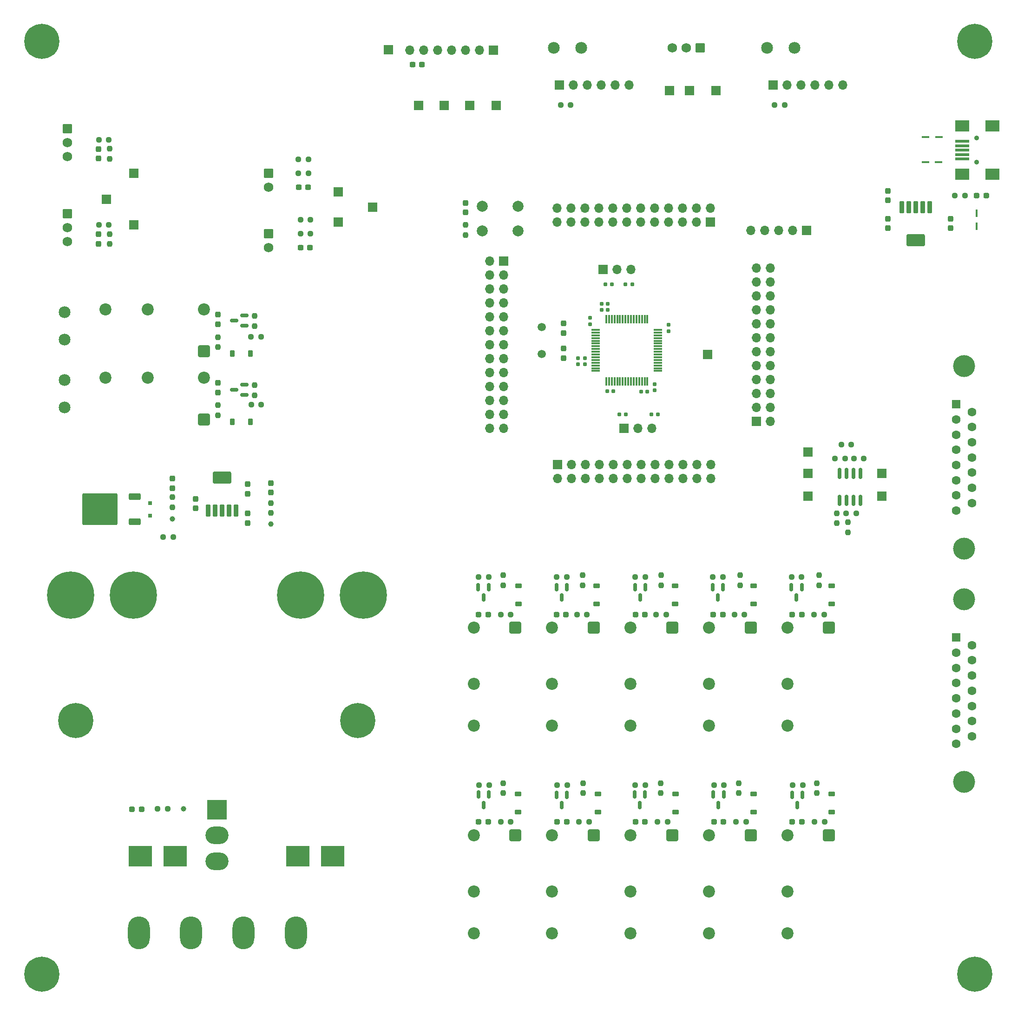
<source format=gbr>
%TF.GenerationSoftware,KiCad,Pcbnew,8.0.7*%
%TF.CreationDate,2025-04-17T15:34:13+07:00*%
%TF.ProjectId,Tractor VCU,54726163-746f-4722-9056-43552e6b6963,rev?*%
%TF.SameCoordinates,Original*%
%TF.FileFunction,Soldermask,Top*%
%TF.FilePolarity,Negative*%
%FSLAX46Y46*%
G04 Gerber Fmt 4.6, Leading zero omitted, Abs format (unit mm)*
G04 Created by KiCad (PCBNEW 8.0.7) date 2025-04-17 15:34:13*
%MOMM*%
%LPD*%
G01*
G04 APERTURE LIST*
G04 Aperture macros list*
%AMRoundRect*
0 Rectangle with rounded corners*
0 $1 Rounding radius*
0 $2 $3 $4 $5 $6 $7 $8 $9 X,Y pos of 4 corners*
0 Add a 4 corners polygon primitive as box body*
4,1,4,$2,$3,$4,$5,$6,$7,$8,$9,$2,$3,0*
0 Add four circle primitives for the rounded corners*
1,1,$1+$1,$2,$3*
1,1,$1+$1,$4,$5*
1,1,$1+$1,$6,$7*
1,1,$1+$1,$8,$9*
0 Add four rect primitives between the rounded corners*
20,1,$1+$1,$2,$3,$4,$5,0*
20,1,$1+$1,$4,$5,$6,$7,0*
20,1,$1+$1,$6,$7,$8,$9,0*
20,1,$1+$1,$8,$9,$2,$3,0*%
G04 Aperture macros list end*
%ADD10RoundRect,0.237500X-0.237500X0.300000X-0.237500X-0.300000X0.237500X-0.300000X0.237500X0.300000X0*%
%ADD11RoundRect,0.341000X-0.759000X0.759000X-0.759000X-0.759000X0.759000X-0.759000X0.759000X0.759000X0*%
%ADD12C,2.200000*%
%ADD13RoundRect,0.237500X-0.237500X0.287500X-0.237500X-0.287500X0.237500X-0.287500X0.237500X0.287500X0*%
%ADD14RoundRect,0.155000X-0.212500X-0.155000X0.212500X-0.155000X0.212500X0.155000X-0.212500X0.155000X0*%
%ADD15RoundRect,0.237500X-0.250000X-0.237500X0.250000X-0.237500X0.250000X0.237500X-0.250000X0.237500X0*%
%ADD16R,0.660400X0.711200*%
%ADD17RoundRect,0.237500X-0.287500X-0.237500X0.287500X-0.237500X0.287500X0.237500X-0.287500X0.237500X0*%
%ADD18C,1.000000*%
%ADD19R,1.700000X1.700000*%
%ADD20RoundRect,0.150000X-0.150000X0.587500X-0.150000X-0.587500X0.150000X-0.587500X0.150000X0.587500X0*%
%ADD21RoundRect,0.225000X-0.225000X-0.375000X0.225000X-0.375000X0.225000X0.375000X-0.225000X0.375000X0*%
%ADD22C,0.800000*%
%ADD23C,6.400000*%
%ADD24RoundRect,0.160000X0.197500X0.160000X-0.197500X0.160000X-0.197500X-0.160000X0.197500X-0.160000X0*%
%ADD25RoundRect,0.237500X0.237500X-0.300000X0.237500X0.300000X-0.237500X0.300000X-0.237500X-0.300000X0*%
%ADD26C,2.154000*%
%ADD27RoundRect,0.155000X0.155000X-0.212500X0.155000X0.212500X-0.155000X0.212500X-0.155000X-0.212500X0*%
%ADD28RoundRect,0.150000X0.587500X0.150000X-0.587500X0.150000X-0.587500X-0.150000X0.587500X-0.150000X0*%
%ADD29RoundRect,0.237500X0.250000X0.237500X-0.250000X0.237500X-0.250000X-0.237500X0.250000X-0.237500X0*%
%ADD30RoundRect,0.237500X-0.237500X0.250000X-0.237500X-0.250000X0.237500X-0.250000X0.237500X0.250000X0*%
%ADD31RoundRect,0.237500X0.237500X-0.250000X0.237500X0.250000X-0.237500X0.250000X-0.237500X-0.250000X0*%
%ADD32RoundRect,0.225000X0.375000X-0.225000X0.375000X0.225000X-0.375000X0.225000X-0.375000X-0.225000X0*%
%ADD33R,4.240000X3.810000*%
%ADD34O,1.700000X1.700000*%
%ADD35C,4.000000*%
%ADD36R,1.600000X1.600000*%
%ADD37C,1.600000*%
%ADD38RoundRect,0.237500X-0.300000X-0.237500X0.300000X-0.237500X0.300000X0.237500X-0.300000X0.237500X0*%
%ADD39C,4.700000*%
%ADD40C,8.600000*%
%ADD41RoundRect,0.341000X0.759000X0.759000X-0.759000X0.759000X-0.759000X-0.759000X0.759000X-0.759000X0*%
%ADD42R,1.422400X0.457200*%
%ADD43O,4.000000X6.000000*%
%ADD44RoundRect,0.103000X0.309000X-0.984000X0.309000X0.984000X-0.309000X0.984000X-0.309000X-0.984000X0*%
%ADD45RoundRect,0.271750X1.410250X-0.815250X1.410250X0.815250X-1.410250X0.815250X-1.410250X-0.815250X0*%
%ADD46RoundRect,0.250000X-0.620000X0.620000X-0.620000X-0.620000X0.620000X-0.620000X0.620000X0.620000X0*%
%ADD47C,1.740000*%
%ADD48RoundRect,0.075000X-0.700000X-0.075000X0.700000X-0.075000X0.700000X0.075000X-0.700000X0.075000X0*%
%ADD49RoundRect,0.075000X-0.075000X-0.700000X0.075000X-0.700000X0.075000X0.700000X-0.075000X0.700000X0*%
%ADD50C,1.500000*%
%ADD51RoundRect,0.155000X-0.155000X0.212500X-0.155000X-0.212500X0.155000X-0.212500X0.155000X0.212500X0*%
%ADD52C,2.000000*%
%ADD53C,3.600000*%
%ADD54RoundRect,0.250000X0.850000X0.350000X-0.850000X0.350000X-0.850000X-0.350000X0.850000X-0.350000X0*%
%ADD55RoundRect,0.249997X2.950003X2.650003X-2.950003X2.650003X-2.950003X-2.650003X2.950003X-2.650003X0*%
%ADD56RoundRect,0.150000X-0.150000X0.825000X-0.150000X-0.825000X0.150000X-0.825000X0.150000X0.825000X0*%
%ADD57RoundRect,0.237500X0.300000X0.237500X-0.300000X0.237500X-0.300000X-0.237500X0.300000X-0.237500X0*%
%ADD58RoundRect,0.250000X0.620000X0.620000X-0.620000X0.620000X-0.620000X-0.620000X0.620000X-0.620000X0*%
%ADD59RoundRect,0.160000X-0.197500X-0.160000X0.197500X-0.160000X0.197500X0.160000X-0.197500X0.160000X0*%
%ADD60C,0.900000*%
%ADD61R,2.500000X0.500000*%
%ADD62R,2.500000X2.000000*%
%ADD63RoundRect,0.102000X-1.700000X1.700000X-1.700000X-1.700000X1.700000X-1.700000X1.700000X1.700000X0*%
%ADD64O,4.204000X3.204000*%
%ADD65RoundRect,0.155000X0.212500X0.155000X-0.212500X0.155000X-0.212500X-0.155000X0.212500X-0.155000X0*%
%ADD66R,0.457200X1.422400*%
%ADD67RoundRect,0.237500X0.287500X0.237500X-0.287500X0.237500X-0.287500X-0.237500X0.287500X-0.237500X0*%
%ADD68RoundRect,0.103000X-0.309000X0.984000X-0.309000X-0.984000X0.309000X-0.984000X0.309000X0.984000X0*%
%ADD69RoundRect,0.271750X-1.410250X0.815250X-1.410250X-0.815250X1.410250X-0.815250X1.410250X0.815250X0*%
G04 APERTURE END LIST*
D10*
%TO.C,C20*%
X122174000Y-98731998D03*
X122174000Y-100456998D03*
%TD*%
D11*
%TO.C,K10*%
X255285000Y-208271574D03*
D12*
X247685000Y-208271574D03*
X247685000Y-218471574D03*
X247685000Y-226171574D03*
%TD*%
D13*
%TO.C,LED12*%
X143891000Y-113386000D03*
X143891000Y-115136000D03*
%TD*%
D14*
%TO.C,C6*%
X221047500Y-127381000D03*
X222182500Y-127381000D03*
%TD*%
%TO.C,C9*%
X213808500Y-112522000D03*
X214943500Y-112522000D03*
%TD*%
D15*
%TO.C,R53*%
X158944999Y-96090004D03*
X160769999Y-96090004D03*
%TD*%
D16*
%TO.C,D16*%
X131572001Y-147702000D03*
X131572001Y-149988000D03*
%TD*%
D17*
%TO.C,LED4*%
X219995500Y-168021000D03*
X221745500Y-168021000D03*
%TD*%
D18*
%TO.C,TP3*%
X153543000Y-151534500D03*
%TD*%
D19*
%TO.C,TP12*%
X251460000Y-146431000D03*
%TD*%
D20*
%TO.C,Q8*%
X221739500Y-200849051D03*
X219839500Y-200849051D03*
X220789500Y-202724051D03*
%TD*%
D11*
%TO.C,K8*%
X226710000Y-208272000D03*
D12*
X219110000Y-208272000D03*
X219110000Y-218472000D03*
X219110000Y-226172000D03*
%TD*%
D17*
%TO.C,LED11*%
X248601334Y-205851574D03*
X250351334Y-205851574D03*
%TD*%
D11*
%TO.C,K5*%
X255285000Y-170426000D03*
D12*
X247685000Y-170426000D03*
X247685000Y-180626000D03*
X247685000Y-188326000D03*
%TD*%
D11*
%TO.C,K6*%
X198135000Y-208272000D03*
D12*
X190535000Y-208272000D03*
X190535000Y-218472000D03*
X190535000Y-226172000D03*
%TD*%
D21*
%TO.C,D14*%
X146559000Y-120436000D03*
X149859000Y-120436000D03*
%TD*%
D22*
%TO.C,H6*%
X109450000Y-233590000D03*
X110152944Y-231892944D03*
X110152944Y-235287056D03*
X111850000Y-231190000D03*
D23*
X111850000Y-233590000D03*
D22*
X111850000Y-235990000D03*
X113547056Y-231892944D03*
X113547056Y-235287056D03*
X114250000Y-233590000D03*
%TD*%
D15*
%TO.C,R29*%
X224027000Y-205852000D03*
X225852000Y-205852000D03*
%TD*%
%TO.C,R8*%
X195464500Y-168021000D03*
X197289500Y-168021000D03*
%TD*%
D24*
%TO.C,R2*%
X215720500Y-107823000D03*
X214525500Y-107823000D03*
%TD*%
D25*
%TO.C,C23*%
X149352000Y-151357500D03*
X149352000Y-149632500D03*
%TD*%
D19*
%TO.C,TP22*%
X172106041Y-93787210D03*
%TD*%
D26*
%TO.C,J16*%
X244007000Y-64766000D03*
X249007000Y-64766000D03*
%TD*%
D25*
%TO.C,C2*%
X266044001Y-97640500D03*
X266044001Y-95915500D03*
%TD*%
D27*
%TO.C,C13*%
X209550000Y-122420000D03*
X209550000Y-121285000D03*
%TD*%
D15*
%TO.C,R42*%
X206380500Y-75184000D03*
X208205500Y-75184000D03*
%TD*%
D19*
%TO.C,TP14*%
X264922000Y-146431000D03*
%TD*%
D22*
%TO.C,H5*%
X109450000Y-63590000D03*
X110152944Y-61892944D03*
X110152944Y-65287056D03*
X111850000Y-61190000D03*
D23*
X111850000Y-63590000D03*
D22*
X111850000Y-65990000D03*
X113547056Y-61892944D03*
X113547056Y-65287056D03*
X114250000Y-63590000D03*
%TD*%
D10*
%TO.C,C1*%
X277474000Y-95915500D03*
X277474000Y-97640500D03*
%TD*%
D28*
%TO.C,Q12*%
X148768675Y-128037502D03*
X148768675Y-126137502D03*
X146893675Y-127087502D03*
%TD*%
D29*
%TO.C,R10*%
X207504250Y-161163000D03*
X205679250Y-161163000D03*
%TD*%
D13*
%TO.C,LED13*%
X143912001Y-125840000D03*
X143912001Y-127590000D03*
%TD*%
D30*
%TO.C,R47*%
X256667000Y-149582500D03*
X256667000Y-151407500D03*
%TD*%
D17*
%TO.C,LED16*%
X128274000Y-203497000D03*
X130024000Y-203497000D03*
%TD*%
D31*
%TO.C,R37*%
X150579500Y-115466999D03*
X150579500Y-113641999D03*
%TD*%
D30*
%TO.C,R27*%
X224596400Y-198767300D03*
X224596400Y-200592300D03*
%TD*%
D15*
%TO.C,R58*%
X133961500Y-153924000D03*
X135786500Y-153924000D03*
%TD*%
D29*
%TO.C,R31*%
X236140499Y-199104550D03*
X234315499Y-199104550D03*
%TD*%
D32*
%TO.C,D7*%
X241499250Y-166115000D03*
X241499250Y-162815000D03*
%TD*%
D17*
%TO.C,LED8*%
X205713000Y-205852000D03*
X207463000Y-205852000D03*
%TD*%
D19*
%TO.C,TP8*%
X180467000Y-75242000D03*
%TD*%
D15*
%TO.C,R54*%
X122224001Y-81510500D03*
X124049001Y-81510500D03*
%TD*%
D17*
%TO.C,LED7*%
X191425500Y-205852000D03*
X193175500Y-205852000D03*
%TD*%
D29*
%TO.C,R34*%
X250491499Y-199120999D03*
X248666499Y-199120999D03*
%TD*%
%TO.C,R39*%
X151809501Y-129794000D03*
X149984501Y-129794000D03*
%TD*%
D33*
%TO.C,F1*%
X129784000Y-212090000D03*
X136154000Y-212090000D03*
%TD*%
D19*
%TO.C,J17*%
X194163000Y-65151000D03*
D34*
X191623000Y-65151000D03*
X189083000Y-65151000D03*
X186543000Y-65151000D03*
X184003000Y-65151000D03*
X181463000Y-65151000D03*
X178923000Y-65151000D03*
%TD*%
D35*
%TO.C,J9*%
X279885000Y-156053000D03*
X279885000Y-122753000D03*
D36*
X278465000Y-129708000D03*
D37*
X278465000Y-132478000D03*
X278465000Y-135248000D03*
X278465000Y-138018000D03*
X278465000Y-140788000D03*
X278465000Y-143558000D03*
X278465000Y-146328000D03*
X278465000Y-149098000D03*
X281305000Y-131093000D03*
X281305000Y-133863000D03*
X281305000Y-136633000D03*
X281305000Y-139403000D03*
X281305000Y-142173000D03*
X281305000Y-144943000D03*
X281305000Y-147713000D03*
%TD*%
D30*
%TO.C,R21*%
X195919700Y-198767300D03*
X195919700Y-200592300D03*
%TD*%
D15*
%TO.C,R46*%
X259818500Y-139635001D03*
X261643500Y-139635001D03*
%TD*%
D14*
%TO.C,C8*%
X213808500Y-111379000D03*
X214943500Y-111379000D03*
%TD*%
D31*
%TO.C,R59*%
X135636000Y-148486500D03*
X135636000Y-146661500D03*
%TD*%
D19*
%TO.C,J6*%
X233680000Y-96520000D03*
D34*
X233680000Y-93980000D03*
X231140000Y-96520000D03*
X231140000Y-93980000D03*
X228600000Y-96520000D03*
X228600000Y-93980000D03*
X226060000Y-96520000D03*
X226060000Y-93980000D03*
X223520000Y-96520000D03*
X223520000Y-93980000D03*
X220980000Y-96520000D03*
X220980000Y-93980000D03*
X218440000Y-96520000D03*
X218440000Y-93980000D03*
X215900000Y-96520000D03*
X215900000Y-93980000D03*
X213360000Y-96520000D03*
X213360000Y-93980000D03*
X210820000Y-96520000D03*
X210820000Y-93980000D03*
X208280000Y-96520000D03*
X208280000Y-93980000D03*
X205740000Y-96520000D03*
X205740000Y-93980000D03*
%TD*%
D13*
%TO.C,LED14*%
X135636000Y-143270000D03*
X135636000Y-145020000D03*
%TD*%
D11*
%TO.C,K4*%
X240997500Y-170426000D03*
D12*
X233397500Y-170426000D03*
X233397500Y-180626000D03*
X233397500Y-188326000D03*
%TD*%
D19*
%TO.C,TP23*%
X251460000Y-138430000D03*
%TD*%
%TO.C,TP5*%
X194602442Y-75242000D03*
%TD*%
D38*
%TO.C,C17*%
X158994998Y-101170002D03*
X160719998Y-101170002D03*
%TD*%
D39*
%TO.C,MP2*%
X158958000Y-164465000D03*
D40*
X158958000Y-164465000D03*
%TD*%
D26*
%TO.C,J15*%
X205145000Y-64766000D03*
X210145000Y-64766000D03*
%TD*%
D19*
%TO.C,JP1*%
X214122000Y-105156000D03*
D34*
X216662000Y-105156000D03*
X219202000Y-105156000D03*
%TD*%
D21*
%TO.C,D15*%
X146580001Y-132938000D03*
X149880001Y-132938000D03*
%TD*%
D19*
%TO.C,TP13*%
X264922000Y-142279000D03*
%TD*%
D25*
%TO.C,C22*%
X149352000Y-145997000D03*
X149352000Y-144272000D03*
%TD*%
D41*
%TO.C,K12*%
X141359000Y-132476000D03*
D12*
X141359000Y-124876000D03*
X131159000Y-124876000D03*
X123459000Y-124876000D03*
%TD*%
D27*
%TO.C,C7*%
X211709000Y-115121500D03*
X211709000Y-113986500D03*
%TD*%
D30*
%TO.C,R41*%
X143912001Y-129866500D03*
X143912001Y-131691500D03*
%TD*%
D42*
%TO.C,D2*%
X272888468Y-81022656D03*
X275276068Y-81022656D03*
%TD*%
D20*
%TO.C,Q2*%
X207541750Y-163019500D03*
X205641750Y-163019500D03*
X206591750Y-164894500D03*
%TD*%
D17*
%TO.C,LED2*%
X191438000Y-168021000D03*
X193188000Y-168021000D03*
%TD*%
D43*
%TO.C,J21*%
X129512000Y-226060000D03*
X139042000Y-226060000D03*
X148582000Y-226060000D03*
X158112000Y-226060000D03*
%TD*%
D31*
%TO.C,R40*%
X150625175Y-128087501D03*
X150625175Y-126262501D03*
%TD*%
D44*
%TO.C,U4*%
X142113000Y-149055000D03*
X143383000Y-149055000D03*
X144653000Y-149055000D03*
X145923000Y-149055000D03*
X147193000Y-149055000D03*
D45*
X144653000Y-143045000D03*
%TD*%
D33*
%TO.C,F2*%
X158463000Y-212090000D03*
X164833000Y-212090000D03*
%TD*%
D46*
%TO.C,J19*%
X116459000Y-79478498D03*
D47*
X116459000Y-82018498D03*
X116459000Y-84558498D03*
%TD*%
D29*
%TO.C,R7*%
X193260500Y-161163000D03*
X191435500Y-161163000D03*
%TD*%
D25*
%TO.C,C21*%
X139827000Y-148690500D03*
X139827000Y-146965500D03*
%TD*%
D32*
%TO.C,D12*%
X241576350Y-203991000D03*
X241576350Y-200691000D03*
%TD*%
D46*
%TO.C,J12*%
X153150000Y-98630002D03*
D47*
X153150000Y-101170002D03*
%TD*%
D10*
%TO.C,C5*%
X206883000Y-119570500D03*
X206883000Y-121295500D03*
%TD*%
D15*
%TO.C,R56*%
X122224001Y-97027999D03*
X124049001Y-97027999D03*
%TD*%
D19*
%TO.C,TP6*%
X189763628Y-75242000D03*
%TD*%
D30*
%TO.C,R38*%
X143891000Y-117461500D03*
X143891000Y-119286500D03*
%TD*%
D48*
%TO.C,U2*%
X212765000Y-116138000D03*
X212765000Y-116638000D03*
X212765000Y-117138000D03*
X212765000Y-117638000D03*
X212765000Y-118138000D03*
X212765000Y-118638000D03*
X212765000Y-119138000D03*
X212765000Y-119638000D03*
X212765000Y-120138000D03*
X212765000Y-120638000D03*
X212765000Y-121138000D03*
X212765000Y-121638000D03*
X212765000Y-122138000D03*
X212765000Y-122638000D03*
X212765000Y-123138000D03*
X212765000Y-123638000D03*
D49*
X214690000Y-125563000D03*
X215190000Y-125563000D03*
X215690000Y-125563000D03*
X216190000Y-125563000D03*
X216690000Y-125563000D03*
X217190000Y-125563000D03*
X217690000Y-125563000D03*
X218190000Y-125563000D03*
X218690000Y-125563000D03*
X219190000Y-125563000D03*
X219690000Y-125563000D03*
X220190000Y-125563000D03*
X220690000Y-125563000D03*
X221190000Y-125563000D03*
X221690000Y-125563000D03*
X222190000Y-125563000D03*
D48*
X224115000Y-123638000D03*
X224115000Y-123138000D03*
X224115000Y-122638000D03*
X224115000Y-122138000D03*
X224115000Y-121638000D03*
X224115000Y-121138000D03*
X224115000Y-120638000D03*
X224115000Y-120138000D03*
X224115000Y-119638000D03*
X224115000Y-119138000D03*
X224115000Y-118638000D03*
X224115000Y-118138000D03*
X224115000Y-117638000D03*
X224115000Y-117138000D03*
X224115000Y-116638000D03*
X224115000Y-116138000D03*
D49*
X222190000Y-114213000D03*
X221690000Y-114213000D03*
X221190000Y-114213000D03*
X220690000Y-114213000D03*
X220190000Y-114213000D03*
X219690000Y-114213000D03*
X219190000Y-114213000D03*
X218690000Y-114213000D03*
X218190000Y-114213000D03*
X217690000Y-114213000D03*
X217190000Y-114213000D03*
X216690000Y-114213000D03*
X216190000Y-114213000D03*
X215690000Y-114213000D03*
X215190000Y-114213000D03*
X214690000Y-114213000D03*
%TD*%
D32*
%TO.C,D4*%
X198663000Y-166115000D03*
X198663000Y-162815000D03*
%TD*%
D15*
%TO.C,R35*%
X252627834Y-205851574D03*
X254452834Y-205851574D03*
%TD*%
D29*
%TO.C,R22*%
X193350998Y-199104550D03*
X191525998Y-199104550D03*
%TD*%
D11*
%TO.C,K3*%
X226710000Y-170426000D03*
D12*
X219110000Y-170426000D03*
X219110000Y-180626000D03*
X219110000Y-188326000D03*
%TD*%
D46*
%TO.C,J11*%
X153150000Y-87630000D03*
D47*
X153150000Y-90170000D03*
%TD*%
D11*
%TO.C,K2*%
X212422500Y-170426000D03*
D12*
X204822500Y-170426000D03*
X204822500Y-180626000D03*
X204822500Y-188326000D03*
%TD*%
D15*
%TO.C,R50*%
X158587500Y-87630003D03*
X160412500Y-87630003D03*
%TD*%
D17*
%TO.C,LED10*%
X234313834Y-205852000D03*
X236063834Y-205852000D03*
%TD*%
D50*
%TO.C,Y1*%
X202946000Y-120560000D03*
X202946000Y-115680000D03*
%TD*%
D30*
%TO.C,R9*%
X210401750Y-160885500D03*
X210401750Y-162710500D03*
%TD*%
D15*
%TO.C,R14*%
X223768000Y-168021000D03*
X225593000Y-168021000D03*
%TD*%
D19*
%TO.C,TP10*%
X226187000Y-72547000D03*
%TD*%
D51*
%TO.C,C12*%
X226060000Y-115256500D03*
X226060000Y-116391500D03*
%TD*%
D52*
%TO.C,SW1*%
X192076000Y-93635000D03*
X198576000Y-93635000D03*
X192076000Y-98135000D03*
X198576000Y-98135000D03*
%TD*%
D30*
%TO.C,R30*%
X238833150Y-198767300D03*
X238833150Y-200592300D03*
%TD*%
D53*
%TO.C,H1*%
X118017999Y-187325000D03*
D23*
X118017999Y-187325000D03*
%TD*%
D20*
%TO.C,Q5*%
X250314500Y-163019500D03*
X248414500Y-163019500D03*
X249364500Y-164894500D03*
%TD*%
D30*
%TO.C,R48*%
X258699000Y-151233500D03*
X258699000Y-153058500D03*
%TD*%
D51*
%TO.C,C11*%
X223520000Y-126051500D03*
X223520000Y-127186500D03*
%TD*%
D29*
%TO.C,R28*%
X221789499Y-199104550D03*
X219964499Y-199104550D03*
%TD*%
D19*
%TO.C,TP9*%
X229870000Y-72547000D03*
%TD*%
%TO.C,J3*%
X195961000Y-103647000D03*
D34*
X193421000Y-103647000D03*
X195961000Y-106187000D03*
X193421000Y-106187000D03*
X195961000Y-108727000D03*
X193421000Y-108727000D03*
X195961000Y-111267000D03*
X193421000Y-111267000D03*
X195961000Y-113807000D03*
X193421000Y-113807000D03*
X195961000Y-116347000D03*
X193421000Y-116347000D03*
X195961000Y-118887000D03*
X193421000Y-118887000D03*
X195961000Y-121427000D03*
X193421000Y-121427000D03*
X195961000Y-123967000D03*
X193421000Y-123967000D03*
X195961000Y-126507000D03*
X193421000Y-126507000D03*
X195961000Y-129047000D03*
X193421000Y-129047000D03*
X195961000Y-131587000D03*
X193421000Y-131587000D03*
X195961000Y-134127000D03*
X193421000Y-134127000D03*
%TD*%
D32*
%TO.C,D6*%
X227220500Y-166115000D03*
X227220500Y-162815000D03*
%TD*%
D15*
%TO.C,R17*%
X238046750Y-168021000D03*
X239871750Y-168021000D03*
%TD*%
%TO.C,R51*%
X158587499Y-85090002D03*
X160412499Y-85090002D03*
%TD*%
D29*
%TO.C,R61*%
X134770500Y-203454000D03*
X132945500Y-203454000D03*
%TD*%
D39*
%TO.C,MP3*%
X128478000Y-164465000D03*
D40*
X128478000Y-164465000D03*
%TD*%
D15*
%TO.C,R26*%
X209739500Y-205852000D03*
X211564500Y-205852000D03*
%TD*%
D20*
%TO.C,Q7*%
X207515500Y-200865500D03*
X205615500Y-200865500D03*
X206565500Y-202740500D03*
%TD*%
D54*
%TO.C,Q13*%
X128738000Y-151125000D03*
D55*
X122438000Y-148845000D03*
D54*
X128738000Y-146565000D03*
%TD*%
D20*
%TO.C,Q4*%
X235963500Y-163019500D03*
X234063500Y-163019500D03*
X235013500Y-164894500D03*
%TD*%
D32*
%TO.C,D11*%
X227339600Y-203991000D03*
X227339600Y-200691000D03*
%TD*%
D18*
%TO.C,TP1*%
X137668000Y-203454000D03*
%TD*%
D32*
%TO.C,D5*%
X212941750Y-166115000D03*
X212941750Y-162815000D03*
%TD*%
D15*
%TO.C,R1*%
X278226501Y-91698000D03*
X280051501Y-91698000D03*
%TD*%
D46*
%TO.C,J20*%
X116459000Y-94996000D03*
D47*
X116459000Y-97536000D03*
X116459000Y-100076000D03*
%TD*%
D29*
%TO.C,R19*%
X250277000Y-161163000D03*
X248452000Y-161163000D03*
%TD*%
D19*
%TO.C,TP16*%
X128631599Y-97051499D03*
%TD*%
D32*
%TO.C,D13*%
X255765934Y-203990574D03*
X255765934Y-200690574D03*
%TD*%
%TO.C,D8*%
X255778000Y-166115000D03*
X255778000Y-162815000D03*
%TD*%
D42*
%TO.C,D1*%
X272872200Y-85598000D03*
X275259800Y-85598000D03*
%TD*%
D19*
%TO.C,J2*%
X251205999Y-98044000D03*
D34*
X248665999Y-98044000D03*
X246125999Y-98044000D03*
X243585999Y-98044000D03*
X241045999Y-98044000D03*
%TD*%
D39*
%TO.C,MP4*%
X117048000Y-164465000D03*
D40*
X117048000Y-164465000D03*
%TD*%
D19*
%TO.C,J14*%
X245105000Y-71553500D03*
D34*
X247645000Y-71553500D03*
X250185000Y-71553500D03*
X252725000Y-71553500D03*
X255265000Y-71553500D03*
X257805000Y-71553500D03*
%TD*%
D27*
%TO.C,C14*%
X210820000Y-122420000D03*
X210820000Y-121285000D03*
%TD*%
D15*
%TO.C,R23*%
X195452000Y-205852000D03*
X197277000Y-205852000D03*
%TD*%
D13*
%TO.C,LED15*%
X153550000Y-144055500D03*
X153550000Y-145805500D03*
%TD*%
D56*
%TO.C,U3*%
X260985000Y-142305000D03*
X259715000Y-142305000D03*
X258445000Y-142305000D03*
X257175000Y-142305000D03*
X257175000Y-147255000D03*
X258445000Y-147255000D03*
X259715000Y-147255000D03*
X260985000Y-147255000D03*
%TD*%
D30*
%TO.C,R18*%
X253492000Y-160885500D03*
X253492000Y-162710500D03*
%TD*%
D15*
%TO.C,R20*%
X252579500Y-168021000D03*
X254404500Y-168021000D03*
%TD*%
D57*
%TO.C,C18*%
X181075500Y-67818000D03*
X179350500Y-67818000D03*
%TD*%
D19*
%TO.C,TP15*%
X128631599Y-87573006D03*
%TD*%
D29*
%TO.C,R13*%
X221783000Y-161163000D03*
X219958000Y-161163000D03*
%TD*%
D39*
%TO.C,MP1*%
X170388000Y-164464998D03*
D40*
X170388000Y-164464998D03*
%TD*%
D25*
%TO.C,C15*%
X189051000Y-94751500D03*
X189051000Y-93026500D03*
%TD*%
D19*
%TO.C,TP18*%
X165850000Y-96520001D03*
%TD*%
D41*
%TO.C,K11*%
X141338000Y-120030000D03*
D12*
X141338000Y-112430000D03*
X131138000Y-112430000D03*
X123438000Y-112430000D03*
%TD*%
D15*
%TO.C,R52*%
X158945000Y-98630003D03*
X160770000Y-98630003D03*
%TD*%
D58*
%TO.C,J18*%
X231775000Y-64770000D03*
D47*
X229235000Y-64770000D03*
X226695000Y-64770000D03*
%TD*%
D35*
%TO.C,J10*%
X279900331Y-198567000D03*
X279900331Y-165267000D03*
D36*
X278480331Y-172222000D03*
D37*
X278480331Y-174992000D03*
X278480331Y-177762000D03*
X278480331Y-180532000D03*
X278480331Y-183302000D03*
X278480331Y-186072000D03*
X278480331Y-188842000D03*
X278480331Y-191612000D03*
X281320331Y-173607000D03*
X281320331Y-176377000D03*
X281320331Y-179147000D03*
X281320331Y-181917000D03*
X281320331Y-184687000D03*
X281320331Y-187457000D03*
X281320331Y-190227000D03*
%TD*%
D59*
%TO.C,R4*%
X222885000Y-131572000D03*
X224080000Y-131572000D03*
%TD*%
D11*
%TO.C,K1*%
X198135000Y-170426000D03*
D12*
X190535000Y-170426000D03*
X190535000Y-180626000D03*
X190535000Y-188326000D03*
%TD*%
D20*
%TO.C,Q6*%
X193300999Y-200849051D03*
X191400999Y-200849051D03*
X192350999Y-202724051D03*
%TD*%
D53*
%TO.C,H2*%
X169418000Y-187325000D03*
D23*
X169418000Y-187325000D03*
%TD*%
D60*
%TO.C,J1*%
X282194000Y-85598000D03*
X282194000Y-81198000D03*
D61*
X279594000Y-84998000D03*
X279594000Y-84198000D03*
X279594000Y-83398000D03*
X279594000Y-82598000D03*
X279594000Y-81798000D03*
D62*
X279594000Y-87798000D03*
X285094000Y-87798000D03*
X279594000Y-78998000D03*
X285094000Y-78998000D03*
%TD*%
D30*
%TO.C,R6*%
X195936000Y-160885500D03*
X195936000Y-162710500D03*
%TD*%
D22*
%TO.C,H3*%
X279450000Y-233590000D03*
X280152944Y-231892944D03*
X280152944Y-235287056D03*
X281850000Y-231190000D03*
D23*
X281850000Y-233590000D03*
D22*
X281850000Y-235990000D03*
X283547056Y-231892944D03*
X283547056Y-235287056D03*
X284250000Y-233590000D03*
%TD*%
D19*
%TO.C,TP7*%
X185166000Y-75242000D03*
%TD*%
D29*
%TO.C,R44*%
X258214500Y-139635001D03*
X256389500Y-139635001D03*
%TD*%
D19*
%TO.C,TP17*%
X165850000Y-91010003D03*
%TD*%
D11*
%TO.C,K9*%
X240997500Y-208272000D03*
D12*
X233397500Y-208272000D03*
X233397500Y-218472000D03*
X233397500Y-226172000D03*
%TD*%
D19*
%TO.C,TP20*%
X175006000Y-65126000D03*
%TD*%
D32*
%TO.C,D10*%
X213153650Y-203991000D03*
X213153650Y-200691000D03*
%TD*%
D15*
%TO.C,R49*%
X258421500Y-149606000D03*
X260246500Y-149606000D03*
%TD*%
D17*
%TO.C,LED5*%
X234161251Y-168021000D03*
X235911251Y-168021000D03*
%TD*%
D20*
%TO.C,Q10*%
X250441500Y-200865500D03*
X248541500Y-200865500D03*
X249491500Y-202740500D03*
%TD*%
D17*
%TO.C,LED6*%
X248553000Y-168021000D03*
X250303000Y-168021000D03*
%TD*%
D15*
%TO.C,R11*%
X209338750Y-168021000D03*
X211163750Y-168021000D03*
%TD*%
D19*
%TO.C,J13*%
X206121000Y-71553500D03*
D34*
X208661000Y-71553500D03*
X211201000Y-71553500D03*
X213741000Y-71553500D03*
X216281000Y-71553500D03*
X218821000Y-71553500D03*
%TD*%
D29*
%TO.C,R45*%
X259357500Y-137095000D03*
X257532500Y-137095000D03*
%TD*%
%TO.C,R16*%
X235926000Y-161163000D03*
X234101000Y-161163000D03*
%TD*%
D19*
%TO.C,JP2*%
X217909500Y-134112000D03*
D34*
X220449500Y-134112000D03*
X222989500Y-134112000D03*
%TD*%
D63*
%TO.C,SW2*%
X143764000Y-203580000D03*
D64*
X143764000Y-208280000D03*
X143764000Y-212980000D03*
%TD*%
D30*
%TO.C,R24*%
X210435850Y-198767300D03*
X210435850Y-200592300D03*
%TD*%
D26*
%TO.C,J7*%
X115951000Y-117903000D03*
X115951000Y-112903000D03*
%TD*%
D31*
%TO.C,R5*%
X189051000Y-98865500D03*
X189051000Y-97040500D03*
%TD*%
D17*
%TO.C,LED3*%
X205603751Y-168021000D03*
X207353751Y-168021000D03*
%TD*%
D24*
%TO.C,R62*%
X218238000Y-131572000D03*
X217043000Y-131572000D03*
%TD*%
D25*
%TO.C,C4*%
X206883000Y-116727500D03*
X206883000Y-115002500D03*
%TD*%
D65*
%TO.C,C10*%
X215959500Y-127324962D03*
X214824500Y-127324962D03*
%TD*%
D38*
%TO.C,C16*%
X158637500Y-90170001D03*
X160362500Y-90170001D03*
%TD*%
D15*
%TO.C,R32*%
X238340334Y-205852000D03*
X240165334Y-205852000D03*
%TD*%
D32*
%TO.C,D9*%
X198586700Y-203991000D03*
X198586700Y-200691000D03*
%TD*%
D29*
%TO.C,R36*%
X151788500Y-117388000D03*
X149963500Y-117388000D03*
%TD*%
D30*
%TO.C,R33*%
X253048134Y-198766874D03*
X253048134Y-200591874D03*
%TD*%
D22*
%TO.C,H4*%
X279450000Y-63590000D03*
X280152944Y-61892944D03*
X280152944Y-65287056D03*
X281850000Y-61190000D03*
D23*
X281850000Y-63590000D03*
D22*
X281850000Y-65990000D03*
X283547056Y-61892944D03*
X283547056Y-65287056D03*
X284250000Y-63590000D03*
%TD*%
D11*
%TO.C,K7*%
X212422500Y-208272000D03*
D12*
X204822500Y-208272000D03*
X204822500Y-218472000D03*
X204822500Y-226172000D03*
%TD*%
D20*
%TO.C,Q3*%
X221820500Y-163019500D03*
X219920500Y-163019500D03*
X220870500Y-164894500D03*
%TD*%
D26*
%TO.C,J8*%
X115951000Y-130266500D03*
X115951000Y-125266500D03*
%TD*%
D66*
%TO.C,D3*%
X282194000Y-97291800D03*
X282194000Y-94904200D03*
%TD*%
D67*
%TO.C,LED1*%
X283958000Y-91694000D03*
X282208000Y-91694000D03*
%TD*%
D31*
%TO.C,R60*%
X153543000Y-149526000D03*
X153543000Y-147701000D03*
%TD*%
D20*
%TO.C,Q9*%
X236090500Y-200849051D03*
X234190500Y-200849051D03*
X235140500Y-202724051D03*
%TD*%
D30*
%TO.C,R15*%
X239086250Y-160885500D03*
X239086250Y-162710500D03*
%TD*%
D18*
%TO.C,TP2*%
X135636000Y-150622000D03*
%TD*%
D17*
%TO.C,LED9*%
X220000500Y-205852000D03*
X221750500Y-205852000D03*
%TD*%
D15*
%TO.C,R43*%
X245364500Y-75184000D03*
X247189500Y-75184000D03*
%TD*%
D19*
%TO.C,TP21*%
X234696000Y-72547000D03*
%TD*%
D59*
%TO.C,R3*%
X218208500Y-107823000D03*
X219403500Y-107823000D03*
%TD*%
D10*
%TO.C,C3*%
X266044000Y-90835500D03*
X266044000Y-92560500D03*
%TD*%
D19*
%TO.C,J4*%
X205780000Y-140716000D03*
D34*
X205780000Y-143256000D03*
X208320000Y-140716000D03*
X208320000Y-143256000D03*
X210860000Y-140716000D03*
X210860000Y-143256000D03*
X213400000Y-140716000D03*
X213400000Y-143256000D03*
X215940000Y-140716000D03*
X215940000Y-143256000D03*
X218480000Y-140716000D03*
X218480000Y-143256000D03*
X221020000Y-140716000D03*
X221020000Y-143256000D03*
X223560000Y-140716000D03*
X223560000Y-143256000D03*
X226100000Y-140716000D03*
X226100000Y-143256000D03*
X228640000Y-140716000D03*
X228640000Y-143256000D03*
X231180000Y-140716000D03*
X231180000Y-143256000D03*
X233720000Y-140716000D03*
X233720000Y-143256000D03*
%TD*%
D29*
%TO.C,R25*%
X207565499Y-199120999D03*
X205740499Y-199120999D03*
%TD*%
D30*
%TO.C,R55*%
X124206000Y-83138000D03*
X124206000Y-84963000D03*
%TD*%
D10*
%TO.C,C19*%
X122174000Y-83188000D03*
X122174000Y-84913000D03*
%TD*%
D30*
%TO.C,R57*%
X124206000Y-98681998D03*
X124206000Y-100506998D03*
%TD*%
D19*
%TO.C,TP11*%
X251460000Y-142279000D03*
%TD*%
D30*
%TO.C,R12*%
X224680500Y-160885500D03*
X224680500Y-162710500D03*
%TD*%
D28*
%TO.C,Q11*%
X148765500Y-115417000D03*
X148765500Y-113517000D03*
X146890500Y-114467000D03*
%TD*%
D68*
%TO.C,U1*%
X273664000Y-93773000D03*
X272394000Y-93773000D03*
X271124000Y-93773000D03*
X269854000Y-93773000D03*
X268584000Y-93773000D03*
D69*
X271124000Y-99783000D03*
%TD*%
D19*
%TO.C,TP19*%
X123571000Y-92329000D03*
%TD*%
D20*
%TO.C,Q1*%
X193263000Y-163019500D03*
X191363000Y-163019500D03*
X192313000Y-164894500D03*
%TD*%
D19*
%TO.C,TP4*%
X233172000Y-120650000D03*
%TD*%
%TO.C,J5*%
X242042000Y-132822000D03*
D34*
X244582000Y-132822000D03*
X242042000Y-130282000D03*
X244582000Y-130282000D03*
X242042000Y-127742000D03*
X244582000Y-127742000D03*
X242042000Y-125202000D03*
X244582000Y-125202000D03*
X242042000Y-122662000D03*
X244582000Y-122662000D03*
X242042000Y-120122000D03*
X244582000Y-120122000D03*
X242042000Y-117582000D03*
X244582000Y-117582000D03*
X242042000Y-115042000D03*
X244582000Y-115042000D03*
X242042000Y-112502000D03*
X244582000Y-112502000D03*
X242042000Y-109962000D03*
X244582000Y-109962000D03*
X242042000Y-107422000D03*
X244582000Y-107422000D03*
X242042000Y-104882000D03*
X244582000Y-104882000D03*
%TD*%
M02*

</source>
